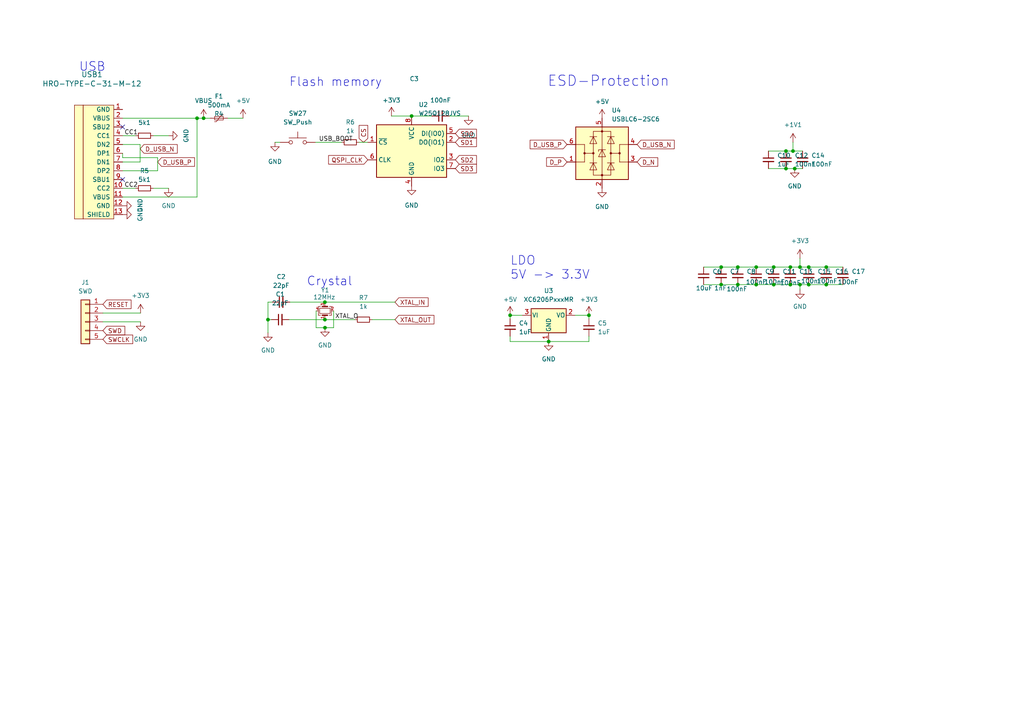
<source format=kicad_sch>
(kicad_sch (version 20211123) (generator eeschema)
  (paper "A4")
  (lib_symbols
    (symbol "Connector_Generic:Conn_01x05" (pin_names (offset 1.016) hide)
      (property "Reference" "J" (at 0 7.62 0))
      (property "Value" "Conn_01x05" (at 0 -7.62 0))
      (symbol "Conn_01x05_1_1"
        (rectangle (start -1.27 -4.953) (end 0 -5.207) (stroke (width 0.1524)))
        (rectangle (start -1.27 -2.413) (end 0 -2.667) (stroke (width 0.1524)))
        (rectangle (start -1.27 0.127) (end 0 -0.127) (stroke (width 0.1524)))
        (rectangle (start -1.27 2.667) (end 0 2.413) (stroke (width 0.1524)))
        (rectangle (start -1.27 5.207) (end 0 4.953) (stroke (width 0.1524)))
        (rectangle (start -1.27 6.35) (end 1.27 -6.35) (stroke (width 0.254)) (fill (type background)))
        (pin passive line (at -5.08 5.08 0) (length 3.81) (name "Pin_1") (number "1"))
        (pin passive line (at -5.08 2.54 0) (length 3.81) (name "Pin_2") (number "2"))
        (pin passive line (at -5.08 0 0) (length 3.81) (name "Pin_3") (number "3"))
        (pin passive line (at -5.08 -2.54 0) (length 3.81) (name "Pin_4") (number "4"))
        (pin passive line (at -5.08 -5.08 0) (length 3.81) (name "Pin_5") (number "5"))
      )
    )
    (symbol "Device:C_Small" (pin_numbers hide) (pin_names (offset 0.254) hide)
      (property "Reference" "C" (at 0.254 1.778 0))
      (property "Value" "C_Small" (at 0.254 -2.032 0))
      (symbol "C_Small_0_1"
        (polyline (pts (xy -1.524 -0.508) (xy 1.524 -0.508)) (stroke (width 0.3302)))
        (polyline (pts (xy -1.524 0.508) (xy 1.524 0.508)) (stroke (width 0.3048)))
      )
      (symbol "C_Small_1_1"
        (pin passive line (at 0 2.54 270) (length 2.032) (name "~") (number "1"))
        (pin passive line (at 0 -2.54 90) (length 2.032) (name "~") (number "2"))
      )
    )
    (symbol "Device:Crystal_GND24_Small" (pin_names (offset 1.016) hide)
      (property "Reference" "Y" (at 1.27 4.445 0))
      (property "Value" "Crystal_GND24_Small" (at 1.27 2.54 0))
      (symbol "Crystal_GND24_Small_0_1"
        (rectangle (start -0.762 -1.524) (end 0.762 1.524))
        (polyline (pts (xy -1.27 -0.762) (xy -1.27 0.762)) (stroke (width 0.381)))
        (polyline (pts (xy 1.27 -0.762) (xy 1.27 0.762)) (stroke (width 0.381)))
        (polyline (pts (xy -1.27 -1.27) (xy -1.27 -1.905) (xy 1.27 -1.905) (xy 1.27 -1.27)))
        (polyline (pts (xy -1.27 1.27) (xy -1.27 1.905) (xy 1.27 1.905) (xy 1.27 1.27)))
      )
      (symbol "Crystal_GND24_Small_1_1"
        (pin passive line (at -2.54 0 0) (length 1.27) (name "1") (number "1"))
        (pin passive line (at 0 -2.54 90) (length 0.635) (name "2") (number "2"))
        (pin passive line (at 2.54 0 180) (length 1.27) (name "3") (number "3"))
        (pin passive line (at 0 2.54 270) (length 0.635) (name "4") (number "4"))
      )
    )
    (symbol "Device:Polyfuse_Small" (pin_numbers hide) (pin_names (offset 0))
      (property "Reference" "F" (at -1.905 0 90))
      (property "Value" "Polyfuse_Small" (at 1.905 0 90))
      (symbol "Polyfuse_Small_0_1"
        (rectangle (start -0.508 1.27) (end 0.508 -1.27))
        (polyline (pts (xy 0 2.54) (xy 0 -2.54)))
        (polyline (pts (xy -1.016 1.27) (xy -1.016 0.762) (xy 1.016 -0.762) (xy 1.016 -1.27)))
      )
      (symbol "Polyfuse_Small_1_1"
        (pin passive line (at 0 2.54 270) (length 0.635) (name "~") (number "1"))
        (pin passive line (at 0 -2.54 90) (length 0.635) (name "~") (number "2"))
      )
    )
    (symbol "Device:R_Small" (pin_numbers hide) (pin_names (offset 0.254) hide)
      (property "Reference" "R" (at 0.762 0.508 0))
      (property "Value" "R_Small" (at 0.762 -1.016 0))
      (symbol "R_Small_0_1"
        (rectangle (start -0.762 1.778) (end 0.762 -1.778) (stroke (width 0.2032)))
      )
      (symbol "R_Small_1_1"
        (pin passive line (at 0 2.54 270) (length 0.762) (name "~") (number "1"))
        (pin passive line (at 0 -2.54 90) (length 0.762) (name "~") (number "2"))
      )
    )
    (symbol "Memory_Flash:W25Q128JVS"
      (property "Reference" "U" (at -8.89 8.89 0))
      (property "Value" "W25Q128JVS" (at 7.62 8.89 0))
      (symbol "W25Q128JVS_0_1"
        (rectangle (start -10.16 7.62) (end 10.16 -7.62) (stroke (width 0.254)) (fill (type background)))
      )
      (symbol "W25Q128JVS_1_1"
        (pin input line (at -12.7 2.54 0) (length 2.54) (name "~{CS}") (number "1"))
        (pin bidirectional line (at 12.7 2.54 180) (length 2.54) (name "DO(IO1)") (number "2"))
        (pin bidirectional line (at 12.7 -2.54 180) (length 2.54) (name "IO2") (number "3"))
        (pin power_in line (at 0 -10.16 90) (length 2.54) (name "GND") (number "4"))
        (pin bidirectional line (at 12.7 5.08 180) (length 2.54) (name "DI(IO0)") (number "5"))
        (pin input line (at -12.7 -2.54 0) (length 2.54) (name "CLK") (number "6"))
        (pin bidirectional line (at 12.7 -5.08 180) (length 2.54) (name "IO3") (number "7"))
        (pin power_in line (at 0 10.16 270) (length 2.54) (name "VCC") (number "8"))
      )
    )
    (symbol "Power_Protection:USBLC6-2SC6" (pin_names hide)
      (property "Reference" "U" (at 2.54 8.89 0))
      (property "Value" "USBLC6-2SC6" (at 2.54 -8.89 0))
      (symbol "USBLC6-2SC6_0_1"
        (rectangle (start -7.62 -7.62) (end 7.62 7.62) (stroke (width 0.254)) (fill (type background)))
        (circle (center -5.08 0) (radius 0.254) (fill (type outline)))
        (circle (center -2.54 0) (radius 0.254) (fill (type outline)))
        (rectangle (start -2.54 6.35) (end 2.54 -6.35))
        (circle (center 0 -6.35) (radius 0.254) (fill (type outline)))
        (polyline (pts (xy -5.08 -2.54) (xy -7.62 -2.54)))
        (polyline (pts (xy -5.08 0) (xy -5.08 -2.54)))
        (polyline (pts (xy -5.08 2.54) (xy -7.62 2.54)))
        (polyline (pts (xy -1.524 -2.794) (xy -3.556 -2.794)))
        (polyline (pts (xy -1.524 4.826) (xy -3.556 4.826)))
        (polyline (pts (xy 0 -7.62) (xy 0 -6.35)))
        (polyline (pts (xy 0 -6.35) (xy 0 1.27)))
        (polyline (pts (xy 0 1.27) (xy 0 6.35)))
        (polyline (pts (xy 0 6.35) (xy 0 7.62)))
        (polyline (pts (xy 1.524 -2.794) (xy 3.556 -2.794)))
        (polyline (pts (xy 1.524 4.826) (xy 3.556 4.826)))
        (polyline (pts (xy 5.08 -2.54) (xy 7.62 -2.54)))
        (polyline (pts (xy 5.08 0) (xy 5.08 -2.54)))
        (polyline (pts (xy 5.08 2.54) (xy 7.62 2.54)))
        (polyline (pts (xy -2.54 0) (xy -5.08 0) (xy -5.08 2.54)))
        (polyline (pts (xy 2.54 0) (xy 5.08 0) (xy 5.08 2.54)))
        (polyline (pts (xy -3.556 -4.826) (xy -1.524 -4.826) (xy -2.54 -2.794) (xy -3.556 -4.826)))
        (polyline (pts (xy -3.556 2.794) (xy -1.524 2.794) (xy -2.54 4.826) (xy -3.556 2.794)))
        (polyline (pts (xy -1.016 -1.016) (xy 1.016 -1.016) (xy 0 1.016) (xy -1.016 -1.016)))
        (polyline (pts (xy 1.016 1.016) (xy 0.762 1.016) (xy -1.016 1.016) (xy -1.016 0.508)))
        (polyline (pts (xy 3.556 -4.826) (xy 1.524 -4.826) (xy 2.54 -2.794) (xy 3.556 -4.826)))
        (polyline (pts (xy 3.556 2.794) (xy 1.524 2.794) (xy 2.54 4.826) (xy 3.556 2.794)))
        (circle (center 0 6.35) (radius 0.254) (fill (type outline)))
        (circle (center 2.54 0) (radius 0.254) (fill (type outline)))
        (circle (center 5.08 0) (radius 0.254) (fill (type outline)))
      )
      (symbol "USBLC6-2SC6_1_1"
        (pin passive line (at -10.16 -2.54 0) (length 2.54) (name "I/O1") (number "1"))
        (pin passive line (at 0 -10.16 90) (length 2.54) (name "GND") (number "2"))
        (pin passive line (at 10.16 -2.54 180) (length 2.54) (name "I/O2") (number "3"))
        (pin passive line (at 10.16 2.54 180) (length 2.54) (name "I/O2") (number "4"))
        (pin passive line (at 0 10.16 270) (length 2.54) (name "VBUS") (number "5"))
        (pin passive line (at -10.16 2.54 0) (length 2.54) (name "I/O1") (number "6"))
      )
    )
    (symbol "Regulator_Linear:XC6206PxxxMR" (pin_names (offset 0.254))
      (property "Reference" "U" (at -3.81 3.175 0))
      (property "Value" "XC6206PxxxMR" (at 0 3.175 0))
      (symbol "XC6206PxxxMR_0_1"
        (rectangle (start -5.08 1.905) (end 5.08 -5.08) (stroke (width 0.254)) (fill (type background)))
      )
      (symbol "XC6206PxxxMR_1_1"
        (pin power_in line (at 0 -7.62 90) (length 2.54) (name "GND") (number "1"))
        (pin power_out line (at 7.62 0 180) (length 2.54) (name "VO") (number "2"))
        (pin power_in line (at -7.62 0 0) (length 2.54) (name "VI") (number "3"))
      )
    )
    (symbol "Switch:SW_Push" (pin_numbers hide) (pin_names (offset 1.016) hide)
      (property "Reference" "SW" (at 1.27 2.54 0))
      (property "Value" "SW_Push" (at 0 -1.524 0))
      (symbol "SW_Push_0_1"
        (circle (center -2.032 0) (radius 0.508))
        (polyline (pts (xy 0 1.27) (xy 0 3.048)))
        (polyline (pts (xy 2.54 1.27) (xy -2.54 1.27)))
        (circle (center 2.032 0) (radius 0.508))
        (pin passive line (at -5.08 0 0) (length 2.54) (name "1") (number "1"))
        (pin passive line (at 5.08 0 180) (length 2.54) (name "2") (number "2"))
      )
    )
    (symbol "Type-C:HRO-TYPE-C-31-M-12" (pin_names (offset 1.016))
      (property "Reference" "USB" (at -5.08 16.51 0))
      (property "Value" "HRO-TYPE-C-31-M-12" (at -10.16 -1.27 90))
      (symbol "HRO-TYPE-C-31-M-12_0_1"
        (rectangle (start -11.43 15.24) (end -8.89 -17.78) (fill (type background)))
        (rectangle (start 0 -17.78) (end -8.89 15.24) (fill (type background)))
      )
      (symbol "HRO-TYPE-C-31-M-12_1_1"
        (pin input line (at 2.54 13.97 180) (length 2.54) (name "GND") (number "1"))
        (pin input line (at 2.54 -8.89 180) (length 2.54) (name "CC2") (number "10"))
        (pin input line (at 2.54 -11.43 180) (length 2.54) (name "VBUS") (number "11"))
        (pin input line (at 2.54 -13.97 180) (length 2.54) (name "GND") (number "12"))
        (pin input line (at 2.54 -16.51 180) (length 2.54) (name "SHIELD") (number "13"))
        (pin input line (at 2.54 11.43 180) (length 2.54) (name "VBUS") (number "2"))
        (pin input line (at 2.54 8.89 180) (length 2.54) (name "SBU2") (number "3"))
        (pin input line (at 2.54 6.35 180) (length 2.54) (name "CC1") (number "4"))
        (pin input line (at 2.54 3.81 180) (length 2.54) (name "DN2") (number "5"))
        (pin input line (at 2.54 1.27 180) (length 2.54) (name "DP1") (number "6"))
        (pin input line (at 2.54 -1.27 180) (length 2.54) (name "DN1") (number "7"))
        (pin input line (at 2.54 -3.81 180) (length 2.54) (name "DP2") (number "8"))
        (pin input line (at 2.54 -6.35 180) (length 2.54) (name "SBU1") (number "9"))
      )
    )
    (symbol "power:+1V1" (power) (pin_names (offset 0))
      (property "Value" "+1V1" (at 0 3.556 0))
      (symbol "+1V1_0_1"
        (polyline (pts (xy -0.762 1.27) (xy 0 2.54)))
        (polyline (pts (xy 0 0) (xy 0 2.54)))
        (polyline (pts (xy 0 2.54) (xy 0.762 1.27)))
      )
      (symbol "+1V1_1_1"
        (pin power_in line (at 0 0 90) (length 0) hide (name "+1V1") (number "1"))
      )
    )
    (symbol "power:+3V3" (power) (pin_names (offset 0))
      (property "Value" "+3V3" (at 0 3.556 0))
      (symbol "+3V3_0_1"
        (polyline (pts (xy -0.762 1.27) (xy 0 2.54)))
        (polyline (pts (xy 0 0) (xy 0 2.54)))
        (polyline (pts (xy 0 2.54) (xy 0.762 1.27)))
      )
      (symbol "+3V3_1_1"
        (pin power_in line (at 0 0 90) (length 0) hide (name "+3V3") (number "1"))
      )
    )
    (symbol "power:+5V" (power) (pin_names (offset 0))
      (property "Value" "+5V" (at 0 3.556 0))
      (symbol "+5V_0_1"
        (polyline (pts (xy -0.762 1.27) (xy 0 2.54)))
        (polyline (pts (xy 0 0) (xy 0 2.54)))
        (polyline (pts (xy 0 2.54) (xy 0.762 1.27)))
      )
      (symbol "+5V_1_1"
        (pin power_in line (at 0 0 90) (length 0) hide (name "+5V") (number "1"))
      )
    )
    (symbol "power:GND" (power) (pin_names (offset 0))
      (property "Value" "GND" (at 0 -3.81 0))
      (symbol "GND_0_1"
        (polyline (pts (xy 0 0) (xy 0 -1.27) (xy 1.27 -1.27) (xy 0 -2.54) (xy -1.27 -1.27) (xy 0 -1.27)))
      )
      (symbol "GND_1_1"
        (pin power_in line (at 0 0 270) (length 0) hide (name "GND") (number "1"))
      )
    )
    (symbol "power:VBUS" (power) (pin_names (offset 0))
      (property "Value" "VBUS" (at 0 3.81 0))
      (symbol "VBUS_0_1"
        (polyline (pts (xy -0.762 1.27) (xy 0 2.54)))
        (polyline (pts (xy 0 0) (xy 0 2.54)))
        (polyline (pts (xy 0 2.54) (xy 0.762 1.27)))
      )
      (symbol "VBUS_1_1"
        (pin power_in line (at 0 0 90) (length 0) hide (name "VBUS") (number "1"))
      )
    )
  )
  (junction (at 94.234 87.63))
  (junction (at 57.15 34.29))
  (junction (at 147.955 91.44))
  (junction (at 227.965 48.895))
  (junction (at 229.235 82.55))
  (junction (at 94.2594 95.0468))
  (junction (at 224.409 82.55))
  (junction (at 209.169 82.55))
  (junction (at 219.329 77.47))
  (junction (at 229.997 43.815))
  (junction (at 234.569 77.47))
  (junction (at 227.965 43.815))
  (junction (at 230.505 48.895))
  (junction (at 119.38 33.655))
  (junction (at 159.131 99.06))
  (junction (at 239.649 77.47))
  (junction (at 77.724 92.71))
  (junction (at 224.409 77.47))
  (junction (at 94.234 92.71))
  (junction (at 239.649 82.55))
  (junction (at 213.995 82.55))
  (junction (at 213.995 77.47))
  (junction (at 232.029 82.55))
  (junction (at 234.569 82.55))
  (junction (at 59.055 34.29))
  (junction (at 170.815 91.44))
  (junction (at 219.329 82.55))
  (junction (at 232.029 77.47))
  (junction (at 229.235 77.47))
  (junction (at 209.169 77.47))
  (no_connect (at 35.56 52.07))
  (no_connect (at 35.56 36.83))
  (wire (pts (xy 239.649 77.47) (xy 244.475 77.47)))
  (wire (pts (xy 219.329 82.55) (xy 224.409 82.55)))
  (wire (pts (xy 35.56 41.91) (xy 40.64 41.91)))
  (wire (pts (xy 229.235 82.55) (xy 232.029 82.55)))
  (wire (pts (xy 130.302 33.655) (xy 135.89 33.655)))
  (wire (pts (xy 219.329 77.47) (xy 224.409 77.47)))
  (wire (pts (xy 224.409 77.47) (xy 229.235 77.47)))
  (wire (pts (xy 78.74 92.71) (xy 77.724 92.71)))
  (wire (pts (xy 166.751 91.44) (xy 170.815 91.44)))
  (wire (pts (xy 35.56 46.99) (xy 40.64 46.99)))
  (wire (pts (xy 44.45 54.61) (xy 48.895 54.61)))
  (wire (pts (xy 170.815 99.06) (xy 170.815 97.536)))
  (wire (pts (xy 232.029 77.47) (xy 234.569 77.47)))
  (wire (pts (xy 147.955 91.44) (xy 147.955 92.456)))
  (wire (pts (xy 106.68 41.275) (xy 104.14 41.275)))
  (wire (pts (xy 83.82 92.71) (xy 94.234 92.71)))
  (wire (pts (xy 232.029 82.55) (xy 232.029 84.074)))
  (wire (pts (xy 35.56 49.53) (xy 45.72 49.53)))
  (wire (pts (xy 147.955 99.06) (xy 159.131 99.06)))
  (wire (pts (xy 29.845 90.805) (xy 40.767 90.805)))
  (wire (pts (xy 91.6796 95.0468) (xy 94.2594 95.0468)))
  (wire (pts (xy 119.38 33.655) (xy 125.222 33.655)))
  (wire (pts (xy 66.04 34.29) (xy 70.485 34.29)))
  (wire (pts (xy 57.15 57.15) (xy 57.15 34.29)))
  (wire (pts (xy 45.72 45.72) (xy 35.56 45.72)))
  (wire (pts (xy 94.234 87.63) (xy 114.554 87.63)))
  (wire (pts (xy 40.64 41.91) (xy 40.64 46.99)))
  (wire (pts (xy 29.845 93.345) (xy 40.767 93.345)))
  (wire (pts (xy 35.56 39.37) (xy 39.37 39.37)))
  (wire (pts (xy 227.965 48.895) (xy 230.505 48.895)))
  (wire (pts (xy 113.538 33.655) (xy 119.38 33.655)))
  (wire (pts (xy 229.235 77.47) (xy 232.029 77.47)))
  (wire (pts (xy 232.029 82.55) (xy 234.569 82.55)))
  (wire (pts (xy 94.234 92.71) (xy 102.87 92.71)))
  (wire (pts (xy 230.505 48.895) (xy 232.791 48.895)))
  (wire (pts (xy 213.995 82.55) (xy 219.329 82.55)))
  (wire (pts (xy 45.72 45.72) (xy 45.72 49.53)))
  (wire (pts (xy 77.724 87.63) (xy 78.994 87.63)))
  (wire (pts (xy 209.169 82.55) (xy 213.995 82.55)))
  (wire (pts (xy 234.569 77.47) (xy 239.649 77.47)))
  (wire (pts (xy 96.774 90.17) (xy 96.7596 95.0468)))
  (wire (pts (xy 170.815 91.44) (xy 170.815 92.456)))
  (wire (pts (xy 107.95 92.71) (xy 114.554 92.71)))
  (wire (pts (xy 94.2594 95.0468) (xy 96.7596 95.0468)))
  (wire (pts (xy 159.131 99.06) (xy 170.815 99.06)))
  (wire (pts (xy 35.56 57.15) (xy 57.15 57.15)))
  (wire (pts (xy 59.055 34.29) (xy 60.96 34.29)))
  (wire (pts (xy 84.074 87.63) (xy 94.234 87.63)))
  (wire (pts (xy 91.694 90.17) (xy 91.6796 95.0468)))
  (wire (pts (xy 204.089 77.47) (xy 209.169 77.47)))
  (wire (pts (xy 204.089 82.55) (xy 209.169 82.55)))
  (wire (pts (xy 57.15 34.29) (xy 59.055 34.29)))
  (wire (pts (xy 44.45 39.37) (xy 48.895 39.37)))
  (wire (pts (xy 81.28 41.275) (xy 79.756 41.275)))
  (wire (pts (xy 35.56 54.61) (xy 39.37 54.61)))
  (wire (pts (xy 234.569 82.55) (xy 239.649 82.55)))
  (wire (pts (xy 227.965 43.815) (xy 229.997 43.815)))
  (wire (pts (xy 222.885 43.815) (xy 227.965 43.815)))
  (wire (pts (xy 213.995 77.47) (xy 219.329 77.47)))
  (wire (pts (xy 35.56 34.29) (xy 57.15 34.29)))
  (wire (pts (xy 209.169 77.47) (xy 213.995 77.47)))
  (wire (pts (xy 222.885 48.895) (xy 227.965 48.895)))
  (wire (pts (xy 224.409 82.55) (xy 229.235 82.55)))
  (wire (pts (xy 77.724 92.71) (xy 77.724 87.63)))
  (wire (pts (xy 239.649 82.55) (xy 244.475 82.55)))
  (wire (pts (xy 35.56 45.72) (xy 35.56 44.45)))
  (wire (pts (xy 147.955 97.536) (xy 147.955 99.06)))
  (wire (pts (xy 229.997 41.275) (xy 229.997 43.815)))
  (wire (pts (xy 77.724 96.52) (xy 77.724 92.71)))
  (wire (pts (xy 151.511 91.44) (xy 147.955 91.44)))
  (wire (pts (xy 232.029 74.93) (xy 232.029 77.47)))
  (wire (pts (xy 99.06 41.275) (xy 91.44 41.275)))
  (wire (pts (xy 229.997 43.815) (xy 232.791 43.815)))
  (text "Crystal" (at 88.9 83.185 0) (effects (font (size 2.54 2.54)) (justify left bottom)))
  (text "Flash memory\n" (at 83.82 25.4 0) (effects (font (size 2.54 2.54)) (justify left bottom)))
  (text "USB	\n" (at 22.86 20.955 0) (effects (font (size 2.54 2.54)) (justify left bottom)))
  (text "ESD-Protection" (at 158.75 25.4 0) (effects (font (size 3 3)) (justify left bottom)))
  (text "LDO\n5V -> 3.3V" (at 147.955 81.28 0) (effects (font (size 2.54 2.54)) (justify left bottom)))
  (label "CC1" (at 36.068 39.37 0))
  (label "CC2" (at 36.068 54.61 0))
  (label "XTAL_O" (at 97.155 92.71 0))
  (label "USB_BOOT" (at 92.456 41.275 0))
  (global_label "CS" (shape input) (at 105.41 41.275 90) (property "Intersheet References" "${INTERSHEET_REFS}" (effects hide)))
  (global_label "SD1" (shape input) (at 132.08 41.275 0) (property "Intersheet References" "${INTERSHEET_REFS}" (effects hide)))
  (global_label "SWD" (shape input) (at 29.845 95.885 0) (property "Intersheet References" "${INTERSHEET_REFS}" (effects hide)))
  (global_label "D_P" (shape input) (at 164.465 46.99 180) (property "Intersheet References" "${INTERSHEET_REFS}" (effects hide)))
  (global_label "D_USB_P" (shape input) (at 164.465 41.91 180) (property "Intersheet References" "${INTERSHEET_REFS}" (effects hide)))
  (global_label "SD3" (shape input) (at 132.08 48.895 0) (property "Intersheet References" "${INTERSHEET_REFS}" (effects hide)))
  (global_label "D_USB_N" (shape input) (at 40.64 43.18 0) (property "Intersheet References" "${INTERSHEET_REFS}" (effects hide)))
  (global_label "SWCLK" (shape input) (at 29.845 98.425 0) (property "Intersheet References" "${INTERSHEET_REFS}" (effects hide)))
  (global_label "XTAL_IN" (shape input) (at 114.554 87.63 0) (property "Intersheet References" "${INTERSHEET_REFS}" (effects hide)))
  (global_label "D_USB_N" (shape input) (at 184.785 41.91 0) (property "Intersheet References" "${INTERSHEET_REFS}" (effects hide)))
  (global_label "QSPI_CLK" (shape input) (at 106.68 46.355 180) (property "Intersheet References" "${INTERSHEET_REFS}" (effects hide)))
  (global_label "D_N" (shape input) (at 184.785 46.99 0) (property "Intersheet References" "${INTERSHEET_REFS}" (effects hide)))
  (global_label "RESET" (shape input) (at 29.845 88.265 0) (property "Intersheet References" "${INTERSHEET_REFS}" (effects hide)))
  (global_label "XTAL_OUT" (shape input) (at 114.554 92.71 0) (property "Intersheet References" "${INTERSHEET_REFS}" (effects hide)))
  (global_label "D_USB_P" (shape input) (at 45.72 46.99 0) (property "Intersheet References" "${INTERSHEET_REFS}" (effects hide)))
  (global_label "SD2" (shape input) (at 132.08 46.355 0) (property "Intersheet References" "${INTERSHEET_REFS}" (effects hide)))
  (global_label "SD0" (shape input) (at 132.08 38.735 0) (property "Intersheet References" "${INTERSHEET_REFS}" (effects hide)))
  (symbol (lib_id "power:GND") (at 135.89 33.655 0) (unit 1)
    (property "Reference" "#PWR0119" (effects hide))
    (property "Value" "GND" (at 135.89 39.243 0))
  )
  (symbol (lib_id "power:+5V") (at 174.625 34.29 0) (unit 1)
    (property "Reference" "#PWR0125" (effects hide))
    (property "Value" "+5V" (at 174.625 29.464 0))
  )
  (symbol (lib_id "power:GND") (at 79.756 41.275 0) (unit 1)
    (property "Reference" "#PWR0121" (effects hide))
    (property "Value" "GND" (at 79.756 46.863 0))
  )
  (symbol (lib_id "Connector_Generic:Conn_01x05") (at 24.765 93.345 0) (mirror y) (unit 1)
    (property "Reference" "J1" (at 24.765 81.915 0))
    (property "Value" "SWD" (at 24.765 84.455 0))
    (property "Footprint" "Connector_PinSocket_2.54mm:PinSocket_1x05_P2.54mm_Vertical" (effects hide))
  )
  (symbol (lib_id "power:GND") (at 159.131 99.06 0) (unit 1)
    (property "Reference" "#PWR0128" (effects hide))
    (property "Value" "GND" (at 159.131 104.14 0))
  )
  (symbol (lib_id "Device:C_Small") (at 232.791 46.355 0) (unit 1)
    (property "Reference" "C14" (at 235.331 45.0912 0) (effects (justify left)))
    (property "Value" "100nF" (at 235.331 47.6312 0) (effects (justify left)))
    (property "Footprint" "Capacitor_SMD:C_0402_1005Metric" (effects hide))
  )
  (symbol (lib_id "Device:Crystal_GND24_Small") (at 94.234 90.17 90) (unit 1)
    (property "Reference" "Y1" (at 94.3003 84.1479 90))
    (property "Value" "12MHz" (at 94.0463 86.1799 90))
    (property "Footprint" "Crystal:Crystal_SMD_3225-4Pin_3.2x2.5mm" (effects hide))
  )
  (symbol (lib_id "Power_Protection:USBLC6-2SC6") (at 174.625 44.45 0) (unit 1)
    (property "Reference" "U4" (at 177.3937 32.004 0) (effects (justify left)))
    (property "Value" "USBLC6-2SC6" (at 177.3937 34.544 0) (effects (justify left)))
    (property "Footprint" "Package_TO_SOT_SMD:SOT-23-6" (effects hide))
    (property "Datasheet" "https://www.st.com/resource/en/datasheet/usblc6-2.pdf" (effects hide))
  )
  (symbol (lib_id "Device:R_Small") (at 41.91 39.37 90) (unit 1)
    (property "Reference" "R4" (at 63.5 33.02 90))
    (property "Value" "5k1" (at 41.91 35.56 90))
    (property "Footprint" "Resistor_SMD:R_0402_1005Metric" (effects hide))
  )
  (symbol (lib_id "Switch:SW_Push") (at 86.36 41.275 0) (unit 1)
    (property "Reference" "SW27" (at 86.36 32.893 0))
    (property "Value" "SW_Push" (at 86.36 35.433 0))
    (property "Footprint" "Keebio-Parts:SW_SPST_TL3342" (effects hide))
  )
  (symbol (lib_id "power:+3V3") (at 170.815 91.44 0) (unit 1)
    (property "Reference" "#PWR0124" (effects hide))
    (property "Value" "+3V3" (at 170.815 86.868 0))
  )
  (symbol (lib_id "power:+1V1") (at 229.997 41.275 0) (unit 1)
    (property "Reference" "#PWR0116" (effects hide))
    (property "Value" "+1V1" (at 229.997 36.195 0))
  )
  (symbol (lib_id "power:GND") (at 174.625 54.61 0) (unit 1)
    (property "Reference" "#PWR0126" (effects hide))
    (property "Value" "GND" (at 174.625 59.944 0))
  )
  (symbol (lib_id "power:+3V3") (at 40.767 90.805 0) (unit 1)
    (property "Reference" "#PWR0133" (effects hide))
    (property "Value" "+3V3" (at 40.767 85.725 0))
  )
  (symbol (lib_id "Device:C_Small") (at 209.169 80.01 0) (unit 1)
    (property "Reference" "C7" (at 211.709 78.7462 0) (effects (justify left)))
    (property "Value" "1nF" (at 207.137 83.566 0) (effects (justify left)))
    (property "Footprint" "Capacitor_SMD:C_0402_1005Metric" (effects hide))
  )
  (symbol (lib_id "Device:R_Small") (at 101.6 41.275 90) (unit 1)
    (property "Reference" "R6" (at 101.6 35.433 90))
    (property "Value" "1k" (at 101.6 37.973 90))
    (property "Footprint" "Resistor_SMD:R_0402_1005Metric" (effects hide))
  )
  (symbol (lib_id "Device:C_Small") (at 147.955 94.996 0) (unit 1)
    (property "Reference" "C4" (at 150.495 93.7322 0) (effects (justify left)))
    (property "Value" "1uF" (at 150.495 96.2722 0) (effects (justify left)))
    (property "Footprint" "Capacitor_SMD:C_0402_1005Metric" (effects hide))
  )
  (symbol (lib_id "Device:C_Small") (at 239.649 80.01 0) (unit 1)
    (property "Reference" "C16" (at 242.189 78.7462 0) (effects (justify left)))
    (property "Value" "100nF" (at 236.855 81.534 0) (effects (justify left)))
    (property "Footprint" "Capacitor_SMD:C_0402_1005Metric" (effects hide))
  )
  (symbol (lib_id "power:+3V3") (at 113.538 33.655 0) (unit 1)
    (property "Reference" "#PWR0117" (effects hide))
    (property "Value" "+3V3" (at 113.538 29.083 0))
  )
  (symbol (lib_id "power:+5V") (at 70.485 34.29 0) (unit 1)
    (property "Reference" "#PWR0120" (effects hide))
    (property "Value" "+5V" (at 70.485 29.21 0))
  )
  (symbol (lib_id "Device:C_Small") (at 81.534 87.63 90) (unit 1)
    (property "Reference" "C2" (at 81.5403 80.264 90))
    (property "Value" "22pF" (at 81.5403 82.804 90))
    (property "Footprint" "Capacitor_SMD:C_0402_1005Metric" (effects hide))
  )
  (symbol (lib_id "power:GND") (at 119.38 53.975 0) (unit 1)
    (property "Reference" "#PWR0118" (effects hide))
    (property "Value" "GND" (at 119.38 59.563 0))
  )
  (symbol (lib_id "power:GND") (at 94.2594 95.0468 0) (unit 1)
    (property "Reference" "#PWR0129" (effects hide))
    (property "Value" "GND" (at 94.2594 100.1268 0))
  )
  (symbol (lib_id "power:VBUS") (at 59.055 34.29 0) (unit 1)
    (property "Reference" "#PWR0123" (effects hide))
    (property "Value" "VBUS" (at 59.055 29.21 0))
  )
  (symbol (lib_id "power:GND") (at 230.505 48.895 0) (unit 1)
    (property "Reference" "#PWR0114" (effects hide))
    (property "Value" "GND" (at 230.505 53.975 0))
  )
  (symbol (lib_id "Device:C_Small") (at 227.965 46.355 0) (unit 1)
    (property "Reference" "C12" (at 230.505 45.0912 0) (effects (justify left)))
    (property "Value" "100nF" (at 230.505 47.6312 0) (effects (justify left)))
    (property "Footprint" "Capacitor_SMD:C_0402_1005Metric" (effects hide))
  )
  (symbol (lib_id "Memory_Flash:W25Q128JVS") (at 119.38 43.815 0) (unit 1)
    (property "Reference" "U2" (at 121.3994 30.353 0) (effects (justify left)))
    (property "Value" "W25Q128JVS" (at 121.3994 32.893 0) (effects (justify left)))
    (property "Footprint" "Package_SO:SOIC-8_5.23x5.23mm_P1.27mm" (effects hide))
    (property "Datasheet" "http://www.winbond.com/resource-files/w25q128jv_dtr%20revc%2003272018%20plus.pdf" (effects hide))
  )
  (symbol (lib_id "Device:C_Small") (at 170.815 94.996 0) (unit 1)
    (property "Reference" "C5" (at 173.355 93.7322 0) (effects (justify left)))
    (property "Value" "1uF" (at 173.355 96.2722 0) (effects (justify left)))
    (property "Footprint" "Capacitor_SMD:C_0402_1005Metric" (effects hide))
  )
  (symbol (lib_id "power:+5V") (at 147.955 91.44 0) (unit 1)
    (property "Reference" "#PWR0127" (effects hide))
    (property "Value" "+5V" (at 147.955 86.868 0))
  )
  (symbol (lib_id "Regulator_Linear:XC6206PxxxMR") (at 159.131 91.44 0) (unit 1)
    (property "Reference" "U3" (at 159.131 84.328 0))
    (property "Value" "XC6206PxxxMR" (at 159.131 86.868 0))
    (property "Footprint" "Package_TO_SOT_SMD:SOT-23" (effects hide))
    (property "Datasheet" "https://www.torexsemi.com/file/xc6206/XC6206.pdf" (effects hide))
  )
  (symbol (lib_id "power:GND") (at 35.56 59.69 90) (unit 1)
    (property "Reference" "#PWR0131" (effects hide))
    (property "Value" "GND" (at 40.64 59.563 0))
  )
  (symbol (lib_id "Device:C_Small") (at 222.885 46.355 0) (unit 1)
    (property "Reference" "C10" (at 225.425 45.0912 0) (effects (justify left)))
    (property "Value" "1uF" (at 225.425 47.6312 0) (effects (justify left)))
    (property "Footprint" "Capacitor_SMD:C_0402_1005Metric" (effects hide))
  )
  (symbol (lib_id "power:GND") (at 40.767 93.345 0) (unit 1)
    (property "Reference" "#PWR0134" (effects hide))
    (property "Value" "GND" (at 40.767 98.425 0))
  )
  (symbol (lib_id "power:GND") (at 35.56 62.23 90) (unit 1)
    (property "Reference" "#PWR0147" (effects hide))
    (property "Value" "GND" (at 40.64 62.23 0))
  )
  (symbol (lib_id "Device:C_Small") (at 204.089 80.01 0) (unit 1)
    (property "Reference" "C6" (at 206.629 78.7462 0) (effects (justify left)))
    (property "Value" "10uF" (at 201.803 83.566 0) (effects (justify left)))
    (property "Footprint" "Capacitor_SMD:C_0402_1005Metric" (effects hide))
  )
  (symbol (lib_id "Device:R_Small") (at 41.91 54.61 90) (unit 1)
    (property "Reference" "R5" (at 41.91 49.53 90))
    (property "Value" "5k1" (at 41.91 52.07 90))
    (property "Footprint" "Resistor_SMD:R_0402_1005Metric" (effects hide))
  )
  (symbol (lib_id "Device:R_Small") (at 105.41 92.71 90) (unit 1)
    (property "Reference" "R7" (at 105.41 86.36 90))
    (property "Value" "1k" (at 105.41 88.9 90))
    (property "Footprint" "Resistor_SMD:R_0402_1005Metric" (effects hide))
  )
  (symbol (lib_id "Device:C_Small") (at 127.762 33.655 90) (unit 1)
    (property "Reference" "C3" (at 120.142 22.86 90))
    (property "Value" "100nF" (at 127.7683 29.083 90))
    (property "Footprint" "Capacitor_SMD:C_0402_1005Metric" (effects hide))
  )
  (symbol (lib_id "Device:Polyfuse_Small") (at 63.5 34.29 90) (unit 1)
    (property "Reference" "F1" (at 63.5 27.94 90))
    (property "Value" "500mA" (at 63.5 30.48 90))
    (property "Footprint" "Fuse:Fuse_1206_3216Metric" (effects hide))
  )
  (symbol (lib_id "Device:C_Small") (at 224.409 80.01 0) (unit 1)
    (property "Reference" "C11" (at 226.949 78.7462 0) (effects (justify left)))
    (property "Value" "100nF" (at 221.615 81.788 0) (effects (justify left)))
    (property "Footprint" "Capacitor_SMD:C_0402_1005Metric" (effects hide))
  )
  (symbol (lib_id "Device:C_Small") (at 244.475 80.01 0) (unit 1)
    (property "Reference" "C17" (at 247.015 78.7462 0) (effects (justify left)))
    (property "Value" "100nF" (at 242.951 81.788 0) (effects (justify left)))
    (property "Footprint" "Capacitor_SMD:C_0402_1005Metric" (effects hide))
  )
  (symbol (lib_id "Device:C_Small") (at 234.569 80.01 0) (unit 1)
    (property "Reference" "C15" (at 237.109 78.7462 0) (effects (justify left)))
    (property "Value" "100nF" (at 232.283 81.534 0) (effects (justify left)))
    (property "Footprint" "Capacitor_SMD:C_0402_1005Metric" (effects hide))
  )
  (symbol (lib_id "Device:C_Small") (at 81.28 92.71 90) (unit 1)
    (property "Reference" "C1" (at 81.2863 85.344 90))
    (property "Value" "22pF" (at 81.2863 87.884 90))
    (property "Footprint" "Capacitor_SMD:C_0402_1005Metric" (effects hide))
  )
  (symbol (lib_id "Device:C_Small") (at 219.329 80.01 0) (unit 1)
    (property "Reference" "C9" (at 221.869 78.7462 0) (effects (justify left)))
    (property "Value" "100nF" (at 216.281 81.788 0) (effects (justify left)))
    (property "Footprint" "Capacitor_SMD:C_0402_1005Metric" (effects hide))
  )
  (symbol (lib_id "power:GND") (at 77.724 96.52 0) (unit 1)
    (property "Reference" "#PWR0132" (effects hide))
    (property "Value" "GND" (at 77.724 101.6 0))
  )
  (symbol (lib_id "power:GND") (at 232.029 84.074 0) (unit 1)
    (property "Reference" "#PWR0135" (effects hide))
    (property "Value" "GND" (at 232.029 88.9 0))
  )
  (symbol (lib_id "power:GND") (at 48.895 54.61 0) (unit 1)
    (property "Reference" "#PWR0130" (effects hide))
    (property "Value" "GND" (at 48.895 59.69 0))
  )
  (symbol (lib_id "power:+3V3") (at 232.029 74.93 0) (unit 1)
    (property "Reference" "#PWR0115" (effects hide))
    (property "Value" "+3V3" (at 232.029 69.85 0))
  )
  (symbol (lib_id "Type-C:HRO-TYPE-C-31-M-12") (at 33.02 45.72 0) (unit 1)
    (property "Reference" "USB1" (at 26.67 21.59 0) (effects (font (size 1.524 1.524))))
    (property "Value" "HRO-TYPE-C-31-M-12" (at 26.67 24.2824 0) (effects (font (size 1.524 1.524))))
    (property "Footprint" "Type-C:HRO-TYPE-C-31-M-12-HandSoldering" (effects hide))
  )
  (symbol (lib_id "Device:C_Small") (at 229.235 80.01 0) (unit 1)
    (property "Reference" "C13" (at 231.775 78.7462 0) (effects (justify left)))
    (property "Value" "100nF" (at 226.187 82.042 0) (effects (justify left)))
    (property "Footprint" "Capacitor_SMD:C_0402_1005Metric" (effects hide))
  )
  (symbol (lib_id "Device:C_Small") (at 213.995 80.01 0) (unit 1)
    (property "Reference" "C8" (at 216.535 78.7462 0) (effects (justify left)))
    (property "Value" "100nF" (at 210.693 83.82 0) (effects (justify left)))
    (property "Footprint" "Capacitor_SMD:C_0402_1005Metric" (effects hide))
  )
  (symbol (lib_id "power:GND") (at 48.895 39.37 90) (unit 1)
    (property "Reference" "#PWR0122" (effects hide))
    (property "Value" "GND" (at 53.975 39.37 0))
  )
)
</source>
